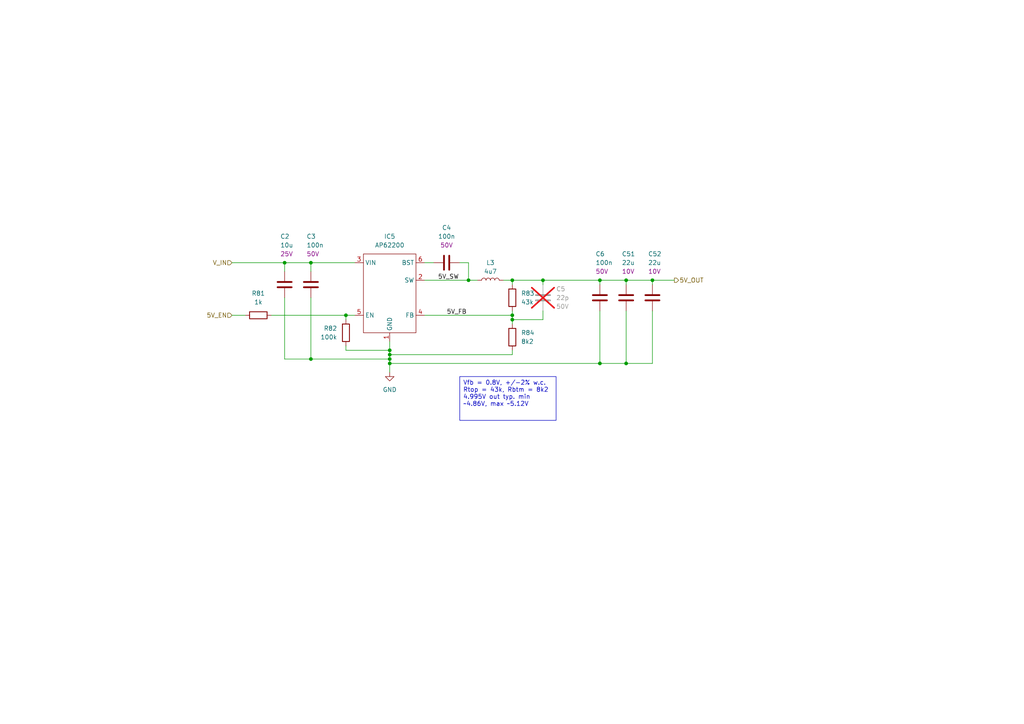
<source format=kicad_sch>
(kicad_sch (version 20250114) (generator "eeschema") (generator_version "9.0")
  (paper "A4")
  (title_block (title "Main architecture") (date "2025-08-10") (rev "1.4") (company "Alex Miller & Martin Roger") (comment 1 "https://github.com/martinroger/VXDash") (comment 2 "https://cadlab.io/projects/vxdash"))
  (lib_symbols
    (symbol "VXDash_passives:Cap_MLCC" (pin_numbers (hide yes)) (pin_names (offset 0.254))
      (property "Reference" "C" (at 2.54 2.54 0))
      (property "Value" "Cap_MLCC" (at 2.54 0 0))
      (property "Voltage" "50V" (at 2.54 -2.54 0))
      (symbol "Cap_MLCC_0_1"
        (polyline (pts (xy -2.032 0.762) (xy 2.032 0.762)) (stroke (width 0.508)))
        (polyline (pts (xy -2.032 -0.762) (xy 2.032 -0.762)) (stroke (width 0.508)))
      )
      (symbol "Cap_MLCC_1_1"
        (pin passive line (at 0 3.81 270) (length 2.794) (name "~") (number "1"))
        (pin passive line (at 0 -3.81 90) (length 2.794) (name "~") (number "2"))
      )
    )
    (symbol "VXDash_passives:Ind" (pin_numbers (hide yes)) (pin_names (offset 1.016) (hide yes))
      (property "Reference" "L" (at -2.54 5.08 0))
      (property "Value" "Ind" (at -2.54 2.54 0))
      (symbol "Ind_0_1"
        (arc (start -2.54 0) (mid -1.905 0.6323) (end -1.27 0))
        (arc (start -1.27 0) (mid -0.635 0.6323) (end 0 0))
        (arc (start 0 0) (mid 0.635 0.6323) (end 1.27 0))
        (arc (start 1.27 0) (mid 1.905 0.6323) (end 2.54 0))
      )
      (symbol "Ind_1_1"
        (pin passive line (at -3.81 0 0) (length 1.27) (name "1") (number "1"))
        (pin passive line (at 3.81 0 180) (length 1.27) (name "2") (number "2"))
      )
    )
    (symbol "VXDash_passives:Res" (pin_numbers (hide yes)) (pin_names (offset 0))
      (property "Reference" "R" (at 1.27 1.27 0))
      (property "Value" "Res" (at 1.27 -1.27 0))
      (symbol "Res_0_1"
        (rectangle (start -1.016 -2.54) (end 1.016 2.54) (stroke (width 0.254)))
      )
      (symbol "Res_1_1"
        (pin passive line (at 0 3.81 270) (length 1.27) (name "~") (number "1"))
        (pin passive line (at 0 -3.81 90) (length 1.27) (name "~") (number "2"))
      )
    )
    (symbol "VXDash_regulators:AP62200"
      (property "Reference" "IC2" (at 0 5.08 0))
      (property "Value" "AP62200" (at 0 2.54 0))
      (symbol "AP62200_0_0"
        (pin power_in line (at -10.16 -2.54 0) (length 2.54) (name "VIN") (number "3"))
        (pin input line (at -10.16 -17.78 0) (length 2.54) (name "EN") (number "5"))
        (pin power_in line (at 0 -25.4 90) (length 2.54) (name "GND") (number "1"))
        (pin input line (at 10.16 -2.54 180) (length 2.54) (name "BST") (number "6"))
        (pin output line (at 10.16 -7.62 180) (length 2.54) (name "SW") (number "2"))
        (pin input line (at 10.16 -17.78 180) (length 2.54) (name "FB") (number "4"))
      )
      (symbol "AP62200_0_1"
        (rectangle (start -7.62 0) (end 7.62 -22.86))
      )
    )
    (symbol "power:GND" (power) (pin_numbers (hide yes)) (pin_names (offset 0) (hide yes))
      (property "Value" "GND" (at 0 -3.81 0))
      (symbol "GND_0_1"
        (polyline (pts (xy 0 0) (xy 0 -1.27) (xy 1.27 -1.27) (xy 0 -2.54) (xy -1.27 -1.27) (xy 0 -1.27)))
      )
      (symbol "GND_1_1"
        (pin power_in line (at 0 0 270) (length 0) (name "~") (number "1"))
      )
    )
  )
  (text_box "Vfb = 0.8V, +/-2% w.c.\nRtop = 43k, Rbtm = 8k2\n4.995V out typ. min ~4.86V, max ~5.12V" (at 133.35 109.22 0) (size 27.94 12.7) (margins 0.9525 0.9525 0.9525 0.9525) (effects (font (size 1.27 1.27)) (justify left top)))
  (junction (at 90.17 76.2))
  (junction (at 113.03 104.14))
  (junction (at 148.59 91.44))
  (junction (at 181.61 105.41))
  (junction (at 135.89 81.28))
  (junction (at 181.61 81.28))
  (junction (at 173.99 81.28))
  (junction (at 100.33 91.44))
  (junction (at 157.48 81.28))
  (junction (at 148.59 81.28))
  (junction (at 189.23 81.28))
  (junction (at 113.03 102.87))
  (junction (at 113.03 101.6))
  (junction (at 90.17 104.14))
  (junction (at 113.03 105.41))
  (junction (at 148.59 92.71))
  (junction (at 82.55 76.2))
  (junction (at 173.99 105.41))
  (wire (pts (xy 82.55 104.14) (xy 90.17 104.14)))
  (wire (pts (xy 135.89 76.2) (xy 133.35 76.2)))
  (wire (pts (xy 67.31 91.44) (xy 71.12 91.44)))
  (wire (pts (xy 157.48 82.55) (xy 157.48 81.28)))
  (wire (pts (xy 113.03 102.87) (xy 113.03 104.14)))
  (wire (pts (xy 123.19 81.28) (xy 135.89 81.28)))
  (wire (pts (xy 148.59 92.71) (xy 148.59 93.98)))
  (wire (pts (xy 181.61 105.41) (xy 173.99 105.41)))
  (wire (pts (xy 90.17 76.2) (xy 102.87 76.2)))
  (wire (pts (xy 113.03 101.6) (xy 113.03 102.87)))
  (wire (pts (xy 173.99 90.17) (xy 173.99 105.41)))
  (wire (pts (xy 148.59 81.28) (xy 148.59 82.55)))
  (wire (pts (xy 78.74 91.44) (xy 100.33 91.44)))
  (wire (pts (xy 113.03 104.14) (xy 113.03 105.41)))
  (wire (pts (xy 100.33 101.6) (xy 113.03 101.6)))
  (wire (pts (xy 82.55 76.2) (xy 82.55 78.74)))
  (wire (pts (xy 90.17 76.2) (xy 90.17 78.74)))
  (wire (pts (xy 123.19 76.2) (xy 125.73 76.2)))
  (wire (pts (xy 90.17 86.36) (xy 90.17 104.14)))
  (wire (pts (xy 146.05 81.28) (xy 148.59 81.28)))
  (wire (pts (xy 148.59 102.87) (xy 113.03 102.87)))
  (wire (pts (xy 173.99 105.41) (xy 113.03 105.41)))
  (wire (pts (xy 67.31 76.2) (xy 82.55 76.2)))
  (wire (pts (xy 173.99 81.28) (xy 181.61 81.28)))
  (wire (pts (xy 135.89 81.28) (xy 138.43 81.28)))
  (wire (pts (xy 82.55 76.2) (xy 90.17 76.2)))
  (wire (pts (xy 148.59 91.44) (xy 148.59 92.71)))
  (wire (pts (xy 100.33 91.44) (xy 100.33 92.71)))
  (wire (pts (xy 90.17 104.14) (xy 113.03 104.14)))
  (wire (pts (xy 181.61 81.28) (xy 189.23 81.28)))
  (wire (pts (xy 189.23 105.41) (xy 181.61 105.41)))
  (wire (pts (xy 100.33 100.33) (xy 100.33 101.6)))
  (wire (pts (xy 148.59 101.6) (xy 148.59 102.87)))
  (wire (pts (xy 148.59 81.28) (xy 157.48 81.28)))
  (wire (pts (xy 100.33 91.44) (xy 102.87 91.44)))
  (wire (pts (xy 113.03 105.41) (xy 113.03 107.95)))
  (wire (pts (xy 148.59 90.17) (xy 148.59 91.44)))
  (wire (pts (xy 189.23 81.28) (xy 195.58 81.28)))
  (wire (pts (xy 181.61 81.28) (xy 181.61 82.55)))
  (wire (pts (xy 113.03 99.06) (xy 113.03 101.6)))
  (wire (pts (xy 82.55 86.36) (xy 82.55 104.14)))
  (wire (pts (xy 173.99 81.28) (xy 173.99 82.55)))
  (wire (pts (xy 189.23 90.17) (xy 189.23 105.41)))
  (wire (pts (xy 157.48 92.71) (xy 157.48 90.17)))
  (wire (pts (xy 157.48 81.28) (xy 173.99 81.28)))
  (wire (pts (xy 148.59 92.71) (xy 157.48 92.71)))
  (wire (pts (xy 181.61 90.17) (xy 181.61 105.41)))
  (wire (pts (xy 189.23 81.28) (xy 189.23 82.55)))
  (wire (pts (xy 148.59 91.44) (xy 123.19 91.44)))
  (wire (pts (xy 135.89 81.28) (xy 135.89 76.2)))
  (label "5V_SW" (at 127 81.28 0))
  (label "5V_FB" (at 129.54 91.44 0))
  (hierarchical_label "V_IN" (shape input) (at 67.31 76.2 180))
  (hierarchical_label "5V_OUT" (shape output) (at 195.58 81.28 0))
  (hierarchical_label "5V_EN" (shape input) (at 67.31 91.44 180))
  (symbol (lib_id "power:GND") (at 113.03 107.95 0) (unit 1)
    (property "Reference" "#PWR022" (effects (hide yes)))
    (property "Value" "GND" (at 113.03 113.03 0))
    (property "Description" "Power symbol creates a global label with name \"GND\" , ground" (effects (hide yes)))
    (instances (project "VXDash" (path "" (reference "#PWR07") (unit 1)) (path "" (reference "#PWR022") (unit 1))))
  )
  (symbol (lib_id "VXDash_passives:Cap_MLCC") (at 157.48 86.36 0) (unit 1) (dnp yes)
    (property "Reference" "C16" (at 161.29 83.8199 0) (effects (justify left)))
    (property "Value" "22p" (at 161.29 86.3599 0) (effects (justify left)))
    (property "Footprint" "Capacitor_SMD:C_0402_1005Metric_Pad0.74x0.62mm_HandSolder" (effects (hide yes)))
    (property "Voltage" "50V" (at 161.29 88.8999 0) (effects (justify left)))
    (property "Tol" "10%" (effects (hide yes)))
    (property "Dielectric" "C0G/NP0" (effects (hide yes)))
    (instances (project "VXDash" (path "" (reference "C5") (unit 1)) (path "" (reference "C16") (unit 1))))
  )
  (symbol (lib_id "VXDash_passives:Cap_MLCC") (at 90.17 82.55 0) (mirror x) (unit 1)
    (property "Reference" "C14" (at 88.9 68.58 0) (effects (justify left)))
    (property "Value" "100n" (at 88.9 71.12 0) (effects (justify left)))
    (property "Footprint" "Capacitor_SMD:C_0603_1608Metric_Pad1.08x0.95mm_HandSolder" (effects (hide yes)))
    (property "Dielectric" "X7R" (effects (hide yes)))
    (property "Tol" "10%" (effects (hide yes)))
    (property "Voltage" "50V" (at 88.9 73.66 0) (effects (justify left)))
    (instances (project "VXDash" (path "" (reference "C3") (unit 1)) (path "" (reference "C14") (unit 1))))
  )
  (symbol (lib_id "VXDash_passives:Cap_MLCC") (at 189.23 86.36 0) (unit 1)
    (property "Reference" "C19" (at 187.96 73.66 0) (effects (justify left)))
    (property "Value" "22u" (at 187.96 76.2 0) (effects (justify left)))
    (property "Footprint" "Capacitor_SMD:C_1206_3216Metric_Pad1.33x1.80mm_HandSolder" (effects (hide yes)))
    (property "Voltage" "10V" (at 187.96 78.74 0) (effects (justify left)))
    (property "Tol" "20%" (effects (hide yes)))
    (property "Dielectric" "X7R" (effects (hide yes)))
    (instances (project "VXDash" (path "" (reference "C52") (unit 1)) (path "" (reference "C19") (unit 1))))
  )
  (symbol (lib_id "VXDash_passives:Cap_MLCC") (at 181.61 86.36 0) (unit 1)
    (property "Reference" "C18" (at 180.34 73.66 0) (effects (justify left)))
    (property "Value" "22u" (at 180.34 76.2 0) (effects (justify left)))
    (property "Footprint" "Capacitor_SMD:C_1206_3216Metric_Pad1.33x1.80mm_HandSolder" (effects (hide yes)))
    (property "Voltage" "10V" (at 180.34 78.74 0) (effects (justify left)))
    (property "Tol" "20%" (effects (hide yes)))
    (property "Dielectric" "X7R" (effects (hide yes)))
    (instances (project "VXDash" (path "" (reference "C51") (unit 1)) (path "" (reference "C18") (unit 1))))
  )
  (symbol (lib_id "VXDash_regulators:AP62200") (at 113.03 73.66 0) (unit 1)
    (property "Reference" "IC2" (at 113.03 68.58 0))
    (property "Value" "AP62200" (at 113.03 71.12 0))
    (property "Footprint" "Package_TO_SOT_SMD:TSOT-23-6_HandSoldering" (effects (hide yes)))
    (property "Datasheet" "https://www.diodes.com/assets/Datasheets/AP62200_AP62201_AP62200T.pdf" (effects (hide yes)))
    (property "Description" "4.2V to 18V input, 2A low Iq Sync" (effects (hide yes)))
    (property "MFT" "Diodes Inc" (effects (hide yes)))
    (property "MFT_PN" "AP62200WU-7" (effects (hide yes)))
    (property "LCSC" "C1323282" (effects (hide yes)))
    (property "LCSC alt" "C1323282" (effects (hide yes)))
    (instances (project "VXDash" (path "" (reference "IC5") (unit 1)) (path "" (reference "IC2") (unit 1))))
  )
  (symbol (lib_id "VXDash_passives:Res") (at 74.93 91.44 90) (mirror x) (unit 1)
    (property "Reference" "R7" (at 74.93 85.09 90))
    (property "Value" "1k" (at 74.93 87.63 90))
    (property "Footprint" "Resistor_SMD:R_0603_1608Metric_Pad0.98x0.95mm_HandSolder" (effects (hide yes)))
    (property "Tol" "1%" (effects (hide yes)))
    (property "Power" "100mW" (effects (hide yes)))
    (instances (project "VXDash" (path "" (reference "R81") (unit 1)) (path "" (reference "R7") (unit 1))))
  )
  (symbol (lib_id "VXDash_passives:Ind") (at 142.24 81.28 0) (unit 1)
    (property "Reference" "L1" (at 142.24 76.2 0))
    (property "Value" "4u7" (at 142.24 78.74 0))
    (property "Footprint" "VXDash_inductors:Ind_5050" (effects (hide yes)))
    (property "Datasheet" "https://www.mouser.co.uk/datasheet/2/447/datasheet_bwvs_1722185903-3105860.pdf" (effects (hide yes)))
    (property "MFT" "Pulse Electronics" (effects (hide yes)))
    (property "MFT_PN" "BWVS005050404R7M00" (effects (hide yes)))
    (property "Irated" "3.2A" (effects (hide yes)))
    (property "Isat" "4.2A" (effects (hide yes)))
    (property "DCR" "32mOhm" (effects (hide yes)))
    (property "Tol" "20%" (effects (hide yes)))
    (instances (project "VXDash" (path "" (reference "L3") (unit 1)) (path "" (reference "L1") (unit 1))))
  )
  (symbol (lib_id "VXDash_passives:Cap_MLCC") (at 129.54 76.2 270) (mirror x) (unit 1)
    (property "Reference" "C15" (at 129.54 66.04 90))
    (property "Value" "100n" (at 129.54 68.58 90))
    (property "Footprint" "Capacitor_SMD:C_0603_1608Metric_Pad1.08x0.95mm_HandSolder" (effects (hide yes)))
    (property "Dielectric" "X7R" (effects (hide yes)))
    (property "Tol" "10%" (effects (hide yes)))
    (property "Voltage" "50V" (at 129.54 71.12 90))
    (instances (project "VXDash" (path "" (reference "C4") (unit 1)) (path "" (reference "C15") (unit 1))))
  )
  (symbol (lib_id "VXDash_passives:Cap_MLCC") (at 173.99 86.36 0) (mirror x) (unit 1)
    (property "Reference" "C17" (at 172.72 73.66 0) (effects (justify left)))
    (property "Value" "100n" (at 172.72 76.2 0) (effects (justify left)))
    (property "Footprint" "Capacitor_SMD:C_0603_1608Metric_Pad1.08x0.95mm_HandSolder" (effects (hide yes)))
    (property "Dielectric" "X7R" (effects (hide yes)))
    (property "Tol" "10%" (effects (hide yes)))
    (property "Voltage" "50V" (at 172.72 78.74 0) (effects (justify left)))
    (instances (project "VXDash" (path "" (reference "C6") (unit 1)) (path "" (reference "C17") (unit 1))))
  )
  (symbol (lib_id "VXDash_passives:Res") (at 148.59 97.79 0) (unit 1)
    (property "Reference" "R10" (at 151.13 96.5199 0) (effects (justify left)))
    (property "Value" "8k2" (at 151.13 99.0599 0) (effects (justify left)))
    (property "Footprint" "Resistor_SMD:R_0603_1608Metric_Pad0.98x0.95mm_HandSolder" (effects (hide yes)))
    (property "Tol" "1%" (effects (hide yes)))
    (property "Power" "100mW" (effects (hide yes)))
    (instances (project "VXDash" (path "" (reference "R84") (unit 1)) (path "" (reference "R10") (unit 1))))
  )
  (symbol (lib_id "VXDash_passives:Cap_MLCC") (at 82.55 82.55 0) (mirror x) (unit 1)
    (property "Reference" "C13" (at 81.28 68.58 0) (effects (justify left)))
    (property "Value" "10u" (at 81.28 71.12 0) (effects (justify left)))
    (property "Footprint" "Capacitor_SMD:C_1206_3216Metric_Pad1.33x1.80mm_HandSolder" (effects (hide yes)))
    (property "Dielectric" "X7R" (effects (hide yes)))
    (property "Tol" "10%" (effects (hide yes)))
    (property "Voltage" "25V" (at 81.28 73.66 0) (effects (justify left)))
    (instances (project "VXDash" (path "" (reference "C2") (unit 1)) (path "" (reference "C13") (unit 1))))
  )
  (symbol (lib_id "VXDash_passives:Res") (at 100.33 96.52 0) (mirror y) (unit 1)
    (property "Reference" "R8" (at 97.79 95.2499 0) (effects (justify left)))
    (property "Value" "100k" (at 97.79 97.7899 0) (effects (justify left)))
    (property "Footprint" "Resistor_SMD:R_0603_1608Metric_Pad0.98x0.95mm_HandSolder" (effects (hide yes)))
    (property "Tol" "1%" (effects (hide yes)))
    (property "Power" "100mW" (effects (hide yes)))
    (instances (project "VXDash" (path "" (reference "R82") (unit 1)) (path "" (reference "R8") (unit 1))))
  )
  (symbol (lib_id "VXDash_passives:Res") (at 148.59 86.36 0) (unit 1)
    (property "Reference" "R9" (at 151.13 85.0899 0) (effects (justify left)))
    (property "Value" "43k" (at 151.13 87.6299 0) (effects (justify left)))
    (property "Footprint" "Resistor_SMD:R_0603_1608Metric_Pad0.98x0.95mm_HandSolder" (effects (hide yes)))
    (property "Tol" "1%" (effects (hide yes)))
    (property "Power" "100mW" (effects (hide yes)))
    (instances (project "VXDash" (path "" (reference "R83") (unit 1)) (path "" (reference "R9") (unit 1))))
  )
)
</source>
